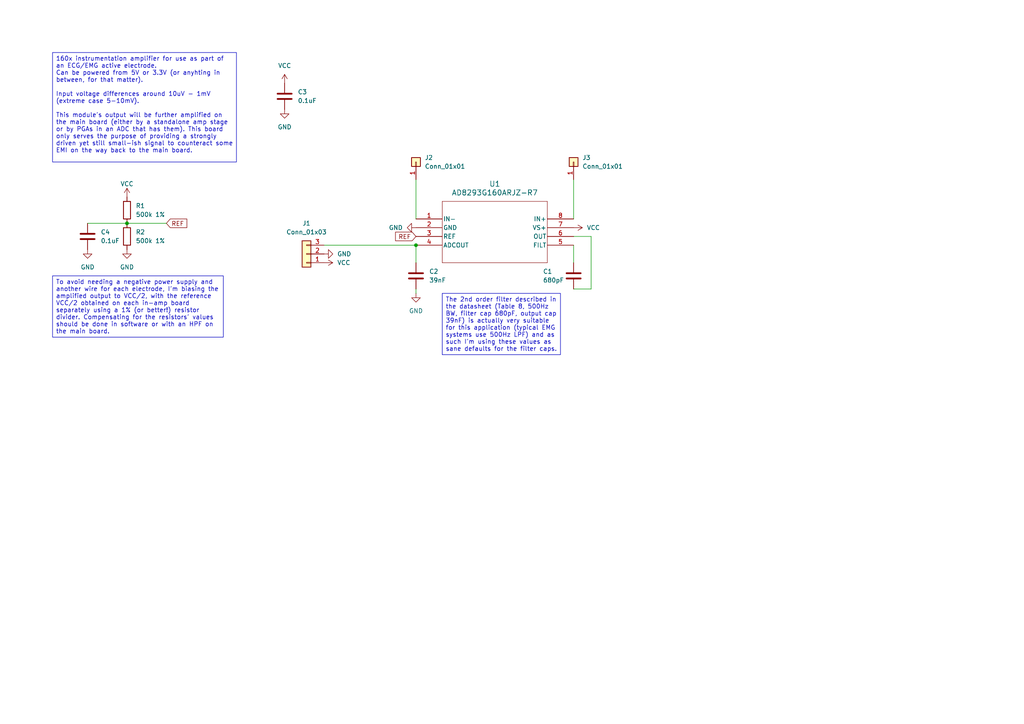
<source format=kicad_sch>
(kicad_sch (version 20230121) (generator eeschema)

  (uuid 59b22b6f-e8f9-4c86-8473-376425fa8f91)

  (paper "A4")

  (title_block
    (title "160x in-amp for EMG active electrode")
    (date "2024-04-21")
    (rev "v1")
  )

  (lib_symbols
    (symbol "AD8293G160:AD8293G160ARJZ-R7" (pin_names (offset 0.254)) (in_bom yes) (on_board yes)
      (property "Reference" "U" (at 22.86 10.16 0)
        (effects (font (size 1.524 1.524)))
      )
      (property "Value" "AD8293G160ARJZ-R7" (at 22.86 7.62 0)
        (effects (font (size 1.524 1.524)))
      )
      (property "Footprint" "RJ_8_ADI" (at 0 0 0)
        (effects (font (size 1.27 1.27) italic) hide)
      )
      (property "Datasheet" "AD8293G160ARJZ-R7" (at 0 0 0)
        (effects (font (size 1.27 1.27) italic) hide)
      )
      (property "ki_locked" "" (at 0 0 0)
        (effects (font (size 1.27 1.27)))
      )
      (property "ki_keywords" "AD8293G160ARJZ-R7" (at 0 0 0)
        (effects (font (size 1.27 1.27)) hide)
      )
      (property "ki_fp_filters" "RJ_8_ADI RJ_8_ADI-M RJ_8_ADI-L" (at 0 0 0)
        (effects (font (size 1.27 1.27)) hide)
      )
      (symbol "AD8293G160ARJZ-R7_0_1"
        (polyline
          (pts
            (xy 7.62 -12.7)
            (xy 38.1 -12.7)
          )
          (stroke (width 0.127) (type default))
          (fill (type none))
        )
        (polyline
          (pts
            (xy 7.62 5.08)
            (xy 7.62 -12.7)
          )
          (stroke (width 0.127) (type default))
          (fill (type none))
        )
        (polyline
          (pts
            (xy 38.1 -12.7)
            (xy 38.1 5.08)
          )
          (stroke (width 0.127) (type default))
          (fill (type none))
        )
        (polyline
          (pts
            (xy 38.1 5.08)
            (xy 7.62 5.08)
          )
          (stroke (width 0.127) (type default))
          (fill (type none))
        )
        (pin unspecified line (at 0 0 0) (length 7.62)
          (name "IN-" (effects (font (size 1.27 1.27))))
          (number "1" (effects (font (size 1.27 1.27))))
        )
        (pin unspecified line (at 0 -2.54 0) (length 7.62)
          (name "GND" (effects (font (size 1.27 1.27))))
          (number "2" (effects (font (size 1.27 1.27))))
        )
        (pin unspecified line (at 0 -5.08 0) (length 7.62)
          (name "REF" (effects (font (size 1.27 1.27))))
          (number "3" (effects (font (size 1.27 1.27))))
        )
        (pin unspecified line (at 0 -7.62 0) (length 7.62)
          (name "ADCOUT" (effects (font (size 1.27 1.27))))
          (number "4" (effects (font (size 1.27 1.27))))
        )
        (pin unspecified line (at 45.72 -7.62 180) (length 7.62)
          (name "FILT" (effects (font (size 1.27 1.27))))
          (number "5" (effects (font (size 1.27 1.27))))
        )
        (pin unspecified line (at 45.72 -5.08 180) (length 7.62)
          (name "OUT" (effects (font (size 1.27 1.27))))
          (number "6" (effects (font (size 1.27 1.27))))
        )
        (pin power_in line (at 45.72 -2.54 180) (length 7.62)
          (name "VS+" (effects (font (size 1.27 1.27))))
          (number "7" (effects (font (size 1.27 1.27))))
        )
        (pin unspecified line (at 45.72 0 180) (length 7.62)
          (name "IN+" (effects (font (size 1.27 1.27))))
          (number "8" (effects (font (size 1.27 1.27))))
        )
      )
    )
    (symbol "Connector_Generic:Conn_01x01" (pin_names (offset 1.016) hide) (in_bom yes) (on_board yes)
      (property "Reference" "J" (at 0 2.54 0)
        (effects (font (size 1.27 1.27)))
      )
      (property "Value" "Conn_01x01" (at 0 -2.54 0)
        (effects (font (size 1.27 1.27)))
      )
      (property "Footprint" "" (at 0 0 0)
        (effects (font (size 1.27 1.27)) hide)
      )
      (property "Datasheet" "~" (at 0 0 0)
        (effects (font (size 1.27 1.27)) hide)
      )
      (property "ki_keywords" "connector" (at 0 0 0)
        (effects (font (size 1.27 1.27)) hide)
      )
      (property "ki_description" "Generic connector, single row, 01x01, script generated (kicad-library-utils/schlib/autogen/connector/)" (at 0 0 0)
        (effects (font (size 1.27 1.27)) hide)
      )
      (property "ki_fp_filters" "Connector*:*_1x??_*" (at 0 0 0)
        (effects (font (size 1.27 1.27)) hide)
      )
      (symbol "Conn_01x01_1_1"
        (rectangle (start -1.27 0.127) (end 0 -0.127)
          (stroke (width 0.1524) (type default))
          (fill (type none))
        )
        (rectangle (start -1.27 1.27) (end 1.27 -1.27)
          (stroke (width 0.254) (type default))
          (fill (type background))
        )
        (pin passive line (at -5.08 0 0) (length 3.81)
          (name "Pin_1" (effects (font (size 1.27 1.27))))
          (number "1" (effects (font (size 1.27 1.27))))
        )
      )
    )
    (symbol "Connector_Generic:Conn_01x03" (pin_names (offset 1.016) hide) (in_bom yes) (on_board yes)
      (property "Reference" "J" (at 0 5.08 0)
        (effects (font (size 1.27 1.27)))
      )
      (property "Value" "Conn_01x03" (at 0 -5.08 0)
        (effects (font (size 1.27 1.27)))
      )
      (property "Footprint" "" (at 0 0 0)
        (effects (font (size 1.27 1.27)) hide)
      )
      (property "Datasheet" "~" (at 0 0 0)
        (effects (font (size 1.27 1.27)) hide)
      )
      (property "ki_keywords" "connector" (at 0 0 0)
        (effects (font (size 1.27 1.27)) hide)
      )
      (property "ki_description" "Generic connector, single row, 01x03, script generated (kicad-library-utils/schlib/autogen/connector/)" (at 0 0 0)
        (effects (font (size 1.27 1.27)) hide)
      )
      (property "ki_fp_filters" "Connector*:*_1x??_*" (at 0 0 0)
        (effects (font (size 1.27 1.27)) hide)
      )
      (symbol "Conn_01x03_1_1"
        (rectangle (start -1.27 -2.413) (end 0 -2.667)
          (stroke (width 0.1524) (type default))
          (fill (type none))
        )
        (rectangle (start -1.27 0.127) (end 0 -0.127)
          (stroke (width 0.1524) (type default))
          (fill (type none))
        )
        (rectangle (start -1.27 2.667) (end 0 2.413)
          (stroke (width 0.1524) (type default))
          (fill (type none))
        )
        (rectangle (start -1.27 3.81) (end 1.27 -3.81)
          (stroke (width 0.254) (type default))
          (fill (type background))
        )
        (pin passive line (at -5.08 2.54 0) (length 3.81)
          (name "Pin_1" (effects (font (size 1.27 1.27))))
          (number "1" (effects (font (size 1.27 1.27))))
        )
        (pin passive line (at -5.08 0 0) (length 3.81)
          (name "Pin_2" (effects (font (size 1.27 1.27))))
          (number "2" (effects (font (size 1.27 1.27))))
        )
        (pin passive line (at -5.08 -2.54 0) (length 3.81)
          (name "Pin_3" (effects (font (size 1.27 1.27))))
          (number "3" (effects (font (size 1.27 1.27))))
        )
      )
    )
    (symbol "Device:C" (pin_numbers hide) (pin_names (offset 0.254)) (in_bom yes) (on_board yes)
      (property "Reference" "C" (at 0.635 2.54 0)
        (effects (font (size 1.27 1.27)) (justify left))
      )
      (property "Value" "C" (at 0.635 -2.54 0)
        (effects (font (size 1.27 1.27)) (justify left))
      )
      (property "Footprint" "" (at 0.9652 -3.81 0)
        (effects (font (size 1.27 1.27)) hide)
      )
      (property "Datasheet" "~" (at 0 0 0)
        (effects (font (size 1.27 1.27)) hide)
      )
      (property "ki_keywords" "cap capacitor" (at 0 0 0)
        (effects (font (size 1.27 1.27)) hide)
      )
      (property "ki_description" "Unpolarized capacitor" (at 0 0 0)
        (effects (font (size 1.27 1.27)) hide)
      )
      (property "ki_fp_filters" "C_*" (at 0 0 0)
        (effects (font (size 1.27 1.27)) hide)
      )
      (symbol "C_0_1"
        (polyline
          (pts
            (xy -2.032 -0.762)
            (xy 2.032 -0.762)
          )
          (stroke (width 0.508) (type default))
          (fill (type none))
        )
        (polyline
          (pts
            (xy -2.032 0.762)
            (xy 2.032 0.762)
          )
          (stroke (width 0.508) (type default))
          (fill (type none))
        )
      )
      (symbol "C_1_1"
        (pin passive line (at 0 3.81 270) (length 2.794)
          (name "~" (effects (font (size 1.27 1.27))))
          (number "1" (effects (font (size 1.27 1.27))))
        )
        (pin passive line (at 0 -3.81 90) (length 2.794)
          (name "~" (effects (font (size 1.27 1.27))))
          (number "2" (effects (font (size 1.27 1.27))))
        )
      )
    )
    (symbol "Device:R" (pin_numbers hide) (pin_names (offset 0)) (in_bom yes) (on_board yes)
      (property "Reference" "R" (at 2.032 0 90)
        (effects (font (size 1.27 1.27)))
      )
      (property "Value" "R" (at 0 0 90)
        (effects (font (size 1.27 1.27)))
      )
      (property "Footprint" "" (at -1.778 0 90)
        (effects (font (size 1.27 1.27)) hide)
      )
      (property "Datasheet" "~" (at 0 0 0)
        (effects (font (size 1.27 1.27)) hide)
      )
      (property "ki_keywords" "R res resistor" (at 0 0 0)
        (effects (font (size 1.27 1.27)) hide)
      )
      (property "ki_description" "Resistor" (at 0 0 0)
        (effects (font (size 1.27 1.27)) hide)
      )
      (property "ki_fp_filters" "R_*" (at 0 0 0)
        (effects (font (size 1.27 1.27)) hide)
      )
      (symbol "R_0_1"
        (rectangle (start -1.016 -2.54) (end 1.016 2.54)
          (stroke (width 0.254) (type default))
          (fill (type none))
        )
      )
      (symbol "R_1_1"
        (pin passive line (at 0 3.81 270) (length 1.27)
          (name "~" (effects (font (size 1.27 1.27))))
          (number "1" (effects (font (size 1.27 1.27))))
        )
        (pin passive line (at 0 -3.81 90) (length 1.27)
          (name "~" (effects (font (size 1.27 1.27))))
          (number "2" (effects (font (size 1.27 1.27))))
        )
      )
    )
    (symbol "power:GND" (power) (pin_names (offset 0)) (in_bom yes) (on_board yes)
      (property "Reference" "#PWR" (at 0 -6.35 0)
        (effects (font (size 1.27 1.27)) hide)
      )
      (property "Value" "GND" (at 0 -3.81 0)
        (effects (font (size 1.27 1.27)))
      )
      (property "Footprint" "" (at 0 0 0)
        (effects (font (size 1.27 1.27)) hide)
      )
      (property "Datasheet" "" (at 0 0 0)
        (effects (font (size 1.27 1.27)) hide)
      )
      (property "ki_keywords" "global power" (at 0 0 0)
        (effects (font (size 1.27 1.27)) hide)
      )
      (property "ki_description" "Power symbol creates a global label with name \"GND\" , ground" (at 0 0 0)
        (effects (font (size 1.27 1.27)) hide)
      )
      (symbol "GND_0_1"
        (polyline
          (pts
            (xy 0 0)
            (xy 0 -1.27)
            (xy 1.27 -1.27)
            (xy 0 -2.54)
            (xy -1.27 -1.27)
            (xy 0 -1.27)
          )
          (stroke (width 0) (type default))
          (fill (type none))
        )
      )
      (symbol "GND_1_1"
        (pin power_in line (at 0 0 270) (length 0) hide
          (name "GND" (effects (font (size 1.27 1.27))))
          (number "1" (effects (font (size 1.27 1.27))))
        )
      )
    )
    (symbol "power:VCC" (power) (pin_names (offset 0)) (in_bom yes) (on_board yes)
      (property "Reference" "#PWR" (at 0 -3.81 0)
        (effects (font (size 1.27 1.27)) hide)
      )
      (property "Value" "VCC" (at 0 3.81 0)
        (effects (font (size 1.27 1.27)))
      )
      (property "Footprint" "" (at 0 0 0)
        (effects (font (size 1.27 1.27)) hide)
      )
      (property "Datasheet" "" (at 0 0 0)
        (effects (font (size 1.27 1.27)) hide)
      )
      (property "ki_keywords" "global power" (at 0 0 0)
        (effects (font (size 1.27 1.27)) hide)
      )
      (property "ki_description" "Power symbol creates a global label with name \"VCC\"" (at 0 0 0)
        (effects (font (size 1.27 1.27)) hide)
      )
      (symbol "VCC_0_1"
        (polyline
          (pts
            (xy -0.762 1.27)
            (xy 0 2.54)
          )
          (stroke (width 0) (type default))
          (fill (type none))
        )
        (polyline
          (pts
            (xy 0 0)
            (xy 0 2.54)
          )
          (stroke (width 0) (type default))
          (fill (type none))
        )
        (polyline
          (pts
            (xy 0 2.54)
            (xy 0.762 1.27)
          )
          (stroke (width 0) (type default))
          (fill (type none))
        )
      )
      (symbol "VCC_1_1"
        (pin power_in line (at 0 0 90) (length 0) hide
          (name "VCC" (effects (font (size 1.27 1.27))))
          (number "1" (effects (font (size 1.27 1.27))))
        )
      )
    )
  )

  (junction (at 120.65 71.12) (diameter 0) (color 0 0 0 0)
    (uuid 53160576-583c-495d-831a-84efbdc8b6fb)
  )
  (junction (at 36.83 64.77) (diameter 0) (color 0 0 0 0)
    (uuid bab37101-40d7-48b8-bca7-ddd9604cba89)
  )

  (wire (pts (xy 171.45 68.58) (xy 166.37 68.58))
    (stroke (width 0) (type default))
    (uuid 198dfb46-c842-40b6-9504-4c42f89c7b6a)
  )
  (wire (pts (xy 93.98 71.12) (xy 120.65 71.12))
    (stroke (width 0) (type default))
    (uuid 2b733a4d-220d-4f84-98bb-0457e8af6982)
  )
  (wire (pts (xy 166.37 83.82) (xy 171.45 83.82))
    (stroke (width 0) (type default))
    (uuid 63848d61-a533-4087-9613-2a2e66a2ff07)
  )
  (wire (pts (xy 166.37 76.2) (xy 166.37 71.12))
    (stroke (width 0) (type default))
    (uuid 69c9cf8e-28a2-43bc-a24c-82e43fa7f585)
  )
  (wire (pts (xy 166.37 52.07) (xy 166.37 63.5))
    (stroke (width 0) (type default))
    (uuid 6e3b5e43-4784-493c-b9ba-c41bc354c924)
  )
  (wire (pts (xy 36.83 64.77) (xy 48.26 64.77))
    (stroke (width 0) (type default))
    (uuid 70cb644b-4d39-49c4-99f8-ca72d4079d07)
  )
  (wire (pts (xy 120.65 52.07) (xy 120.65 63.5))
    (stroke (width 0) (type default))
    (uuid 8abdd15e-fc36-4c85-ad0d-53dab2571a89)
  )
  (wire (pts (xy 120.65 71.12) (xy 120.65 76.2))
    (stroke (width 0) (type default))
    (uuid 8c28f6ec-772e-423f-9a61-f6f1eb0fe4e7)
  )
  (wire (pts (xy 171.45 83.82) (xy 171.45 68.58))
    (stroke (width 0) (type default))
    (uuid 9a2035c5-aa5a-4e56-8227-f409ad8c639d)
  )
  (wire (pts (xy 120.65 83.82) (xy 120.65 85.09))
    (stroke (width 0) (type default))
    (uuid bfe5747c-83fe-4182-a89f-a58956db61a2)
  )
  (wire (pts (xy 25.4 64.77) (xy 36.83 64.77))
    (stroke (width 0) (type default))
    (uuid f541391e-25c5-4d95-8c26-f27442927531)
  )

  (text_box "The 2nd order filter described in the datasheet (Table 8, 500Hz BW, filter cap 680pF, output cap 39nF) is actually very suitable for this application (typical EMG systems use 500Hz LPF) and as such I'm using these values as sane defaults for the filter caps.\n"
    (at 128.27 85.09 0) (size 34.29 17.78)
    (stroke (width 0) (type default))
    (fill (type none))
    (effects (font (size 1.27 1.27)) (justify left top))
    (uuid 168c9793-63b4-45cd-81f4-2494cec5182e)
  )
  (text_box "To avoid needing a negative power supply and another wire for each electrode, I'm biasing the amplified output to VCC/2, with the reference VCC/2 obtained on each in-amp board separately using a 1% (or better!) resistor divider. Compensating for the resistors' values should be done in software or with an HPF on the main board."
    (at 15.24 80.01 0) (size 49.53 17.78)
    (stroke (width 0) (type default))
    (fill (type none))
    (effects (font (size 1.27 1.27)) (justify left top))
    (uuid 48c0314a-a71c-466f-922e-d59b9508a5b7)
  )
  (text_box "160x instrumentation amplifier for use as part of an ECG/EMG active electrode.\nCan be powered from 5V or 3.3V (or anyhting in between, for that matter).\n\nInput voltage differences around 10uV - 1mV (extreme case 5-10mV).\n\nThis module's output will be further amplified on the main board (either by a standalone amp stage or by PGAs in an ADC that has them). This board only serves the purpose of providing a strongly driven yet still small-ish signal to counteract some EMI on the way back to the main board.\n\n\n"
    (at 15.24 15.24 0) (size 53.34 31.75)
    (stroke (width 0) (type default))
    (fill (type none))
    (effects (font (size 1.27 1.27)) (justify left top))
    (uuid e6214f0f-8a97-443e-b468-97feef4c137d)
  )

  (global_label "REF" (shape input) (at 120.65 68.58 180) (fields_autoplaced)
    (effects (font (size 1.27 1.27)) (justify right))
    (uuid 47528daf-6e0a-4a1f-86a2-56fe104273bd)
    (property "Intersheetrefs" "${INTERSHEET_REFS}" (at 114.1572 68.58 0)
      (effects (font (size 1.27 1.27)) (justify right) hide)
    )
  )
  (global_label "REF" (shape input) (at 48.26 64.77 0) (fields_autoplaced)
    (effects (font (size 1.27 1.27)) (justify left))
    (uuid aaf44561-bdd6-4bab-ba62-d626a36d37a8)
    (property "Intersheetrefs" "${INTERSHEET_REFS}" (at 54.7528 64.77 0)
      (effects (font (size 1.27 1.27)) (justify left) hide)
    )
  )

  (symbol (lib_id "power:VCC") (at 36.83 57.15 0) (unit 1)
    (in_bom yes) (on_board yes) (dnp no) (fields_autoplaced)
    (uuid 0c5560f8-2d50-41b6-adbb-a02eec3c7f6c)
    (property "Reference" "#PWR?" (at 36.83 60.96 0)
      (effects (font (size 1.27 1.27)) hide)
    )
    (property "Value" "VCC" (at 36.83 53.34 0)
      (effects (font (size 1.27 1.27)))
    )
    (property "Footprint" "" (at 36.83 57.15 0)
      (effects (font (size 1.27 1.27)) hide)
    )
    (property "Datasheet" "" (at 36.83 57.15 0)
      (effects (font (size 1.27 1.27)) hide)
    )
    (pin "1" (uuid 45c65ab6-ed8e-462c-885f-7a1d232aebcc))
    (instances
      (project "myo-amp"
        (path "/59b22b6f-e8f9-4c86-8473-376425fa8f91"
          (reference "#PWR?") (unit 1)
        )
      )
    )
  )

  (symbol (lib_id "Connector_Generic:Conn_01x03") (at 88.9 73.66 180) (unit 1)
    (in_bom yes) (on_board yes) (dnp no) (fields_autoplaced)
    (uuid 0f23bbc8-0f0c-479c-868c-8b8deaab6b6f)
    (property "Reference" "J1" (at 88.9 64.77 0)
      (effects (font (size 1.27 1.27)))
    )
    (property "Value" "Conn_01x03" (at 88.9 67.31 0)
      (effects (font (size 1.27 1.27)))
    )
    (property "Footprint" "Connector_JST:JST_PH_S3B-PH-K_1x03_P2.00mm_Horizontal" (at 88.9 73.66 0)
      (effects (font (size 1.27 1.27)) hide)
    )
    (property "Datasheet" "~" (at 88.9 73.66 0)
      (effects (font (size 1.27 1.27)) hide)
    )
    (pin "1" (uuid ba106b3e-06bf-468d-8aad-1dd0c03d9173))
    (pin "2" (uuid c02de714-4bc4-4999-9243-3cec5eb91fdc))
    (pin "3" (uuid cf6cbb91-126c-4181-9d1c-665bcfee81f7))
    (instances
      (project "myo-amp"
        (path "/59b22b6f-e8f9-4c86-8473-376425fa8f91"
          (reference "J1") (unit 1)
        )
      )
    )
  )

  (symbol (lib_id "Device:C") (at 120.65 80.01 0) (unit 1)
    (in_bom yes) (on_board yes) (dnp no) (fields_autoplaced)
    (uuid 17112290-dbb5-4d4d-9b2a-bf7561e989f6)
    (property "Reference" "C2" (at 124.46 78.74 0)
      (effects (font (size 1.27 1.27)) (justify left))
    )
    (property "Value" "39nF" (at 124.46 81.28 0)
      (effects (font (size 1.27 1.27)) (justify left))
    )
    (property "Footprint" "Capacitor_SMD:C_0603_1608Metric_Pad1.08x0.95mm_HandSolder" (at 121.6152 83.82 0)
      (effects (font (size 1.27 1.27)) hide)
    )
    (property "Datasheet" "~" (at 120.65 80.01 0)
      (effects (font (size 1.27 1.27)) hide)
    )
    (pin "1" (uuid 094ed6e8-1dfe-4dbd-a527-d467666f6ea3))
    (pin "2" (uuid f056e500-69b4-4442-9969-908ec5dccf58))
    (instances
      (project "myo-amp"
        (path "/59b22b6f-e8f9-4c86-8473-376425fa8f91"
          (reference "C2") (unit 1)
        )
      )
    )
  )

  (symbol (lib_id "power:GND") (at 93.98 73.66 90) (unit 1)
    (in_bom yes) (on_board yes) (dnp no) (fields_autoplaced)
    (uuid 173c4d08-3e33-4ec8-b01d-38b0c066fef3)
    (property "Reference" "#PWR06" (at 100.33 73.66 0)
      (effects (font (size 1.27 1.27)) hide)
    )
    (property "Value" "GND" (at 97.79 73.66 90)
      (effects (font (size 1.27 1.27)) (justify right))
    )
    (property "Footprint" "" (at 93.98 73.66 0)
      (effects (font (size 1.27 1.27)) hide)
    )
    (property "Datasheet" "" (at 93.98 73.66 0)
      (effects (font (size 1.27 1.27)) hide)
    )
    (pin "1" (uuid 8be10425-4fe3-4b04-92e2-dc80b57a41e2))
    (instances
      (project "myo-amp"
        (path "/59b22b6f-e8f9-4c86-8473-376425fa8f91"
          (reference "#PWR06") (unit 1)
        )
      )
    )
  )

  (symbol (lib_id "power:GND") (at 36.83 72.39 0) (unit 1)
    (in_bom yes) (on_board yes) (dnp no) (fields_autoplaced)
    (uuid 181acf6c-5069-436c-8fa7-00575f644d2d)
    (property "Reference" "#PWR010" (at 36.83 78.74 0)
      (effects (font (size 1.27 1.27)) hide)
    )
    (property "Value" "GND" (at 36.83 77.47 0)
      (effects (font (size 1.27 1.27)))
    )
    (property "Footprint" "" (at 36.83 72.39 0)
      (effects (font (size 1.27 1.27)) hide)
    )
    (property "Datasheet" "" (at 36.83 72.39 0)
      (effects (font (size 1.27 1.27)) hide)
    )
    (pin "1" (uuid ce6d7d13-67e2-4f70-b44e-41e691008905))
    (instances
      (project "myo-amp"
        (path "/59b22b6f-e8f9-4c86-8473-376425fa8f91"
          (reference "#PWR010") (unit 1)
        )
      )
    )
  )

  (symbol (lib_id "power:VCC") (at 166.37 66.04 270) (unit 1)
    (in_bom yes) (on_board yes) (dnp no) (fields_autoplaced)
    (uuid 1f34d24f-8ec2-4a8f-bdc9-d77cf504e16f)
    (property "Reference" "#PWR?" (at 162.56 66.04 0)
      (effects (font (size 1.27 1.27)) hide)
    )
    (property "Value" "VCC" (at 170.18 66.04 90)
      (effects (font (size 1.27 1.27)) (justify left))
    )
    (property "Footprint" "" (at 166.37 66.04 0)
      (effects (font (size 1.27 1.27)) hide)
    )
    (property "Datasheet" "" (at 166.37 66.04 0)
      (effects (font (size 1.27 1.27)) hide)
    )
    (pin "1" (uuid 3c3c0f17-64ee-465b-83c0-ccc98bbd8d59))
    (instances
      (project "myo-amp"
        (path "/59b22b6f-e8f9-4c86-8473-376425fa8f91"
          (reference "#PWR?") (unit 1)
        )
      )
    )
  )

  (symbol (lib_id "Device:R") (at 36.83 60.96 0) (unit 1)
    (in_bom yes) (on_board yes) (dnp no) (fields_autoplaced)
    (uuid 2597770a-79fd-48e9-8fe6-f25f70d6fdb5)
    (property "Reference" "R1" (at 39.37 59.69 0)
      (effects (font (size 1.27 1.27)) (justify left))
    )
    (property "Value" "500k 1%" (at 39.37 62.23 0)
      (effects (font (size 1.27 1.27)) (justify left))
    )
    (property "Footprint" "Resistor_SMD:R_0603_1608Metric_Pad0.98x0.95mm_HandSolder" (at 35.052 60.96 90)
      (effects (font (size 1.27 1.27)) hide)
    )
    (property "Datasheet" "~" (at 36.83 60.96 0)
      (effects (font (size 1.27 1.27)) hide)
    )
    (pin "1" (uuid 3a1e2cdd-089c-4099-bb01-00cd70dd2e8e))
    (pin "2" (uuid 0f891cc1-6cc5-4101-aa7b-253fd29439ae))
    (instances
      (project "myo-amp"
        (path "/59b22b6f-e8f9-4c86-8473-376425fa8f91"
          (reference "R1") (unit 1)
        )
      )
    )
  )

  (symbol (lib_id "AD8293G160:AD8293G160ARJZ-R7") (at 120.65 63.5 0) (unit 1)
    (in_bom yes) (on_board yes) (dnp no) (fields_autoplaced)
    (uuid 29adf57d-6777-4999-b67c-d3831e048dc8)
    (property "Reference" "U1" (at 143.51 53.34 0)
      (effects (font (size 1.524 1.524)))
    )
    (property "Value" "AD8293G160ARJZ-R7" (at 143.51 55.88 0)
      (effects (font (size 1.524 1.524)))
    )
    (property "Footprint" "Package_TO_SOT_SMD:SOT-23-8_Handsoldering" (at 120.65 63.5 0)
      (effects (font (size 1.27 1.27) italic) hide)
    )
    (property "Datasheet" "AD8293G160ARJZ-R7" (at 120.65 63.5 0)
      (effects (font (size 1.27 1.27) italic) hide)
    )
    (pin "1" (uuid 49075eac-2c90-4116-9a80-8e8784ce7cad))
    (pin "2" (uuid 55f67446-80a0-46ed-9755-b4bb8b14b1fd))
    (pin "3" (uuid ca97485e-ddbd-4265-a773-11a76fcd85d1))
    (pin "4" (uuid 5e069c6d-4e04-400b-a1c3-e06b1acdc54a))
    (pin "5" (uuid eb3f72da-caf1-4980-a153-7f726e89f7b0))
    (pin "6" (uuid 123891b3-59b7-41ec-805d-174dd0eb9f2b))
    (pin "7" (uuid d854612f-e151-4fbd-bf42-f9a8ac5d75d3))
    (pin "8" (uuid d5360542-a62d-4540-83a4-518c34ea0365))
    (instances
      (project "myo-amp"
        (path "/59b22b6f-e8f9-4c86-8473-376425fa8f91"
          (reference "U1") (unit 1)
        )
      )
    )
  )

  (symbol (lib_id "Device:C") (at 166.37 80.01 180) (unit 1)
    (in_bom yes) (on_board yes) (dnp no)
    (uuid 52808058-931f-490a-a685-0d41e5c2837b)
    (property "Reference" "C1" (at 157.48 78.74 0)
      (effects (font (size 1.27 1.27)) (justify right))
    )
    (property "Value" "680pF" (at 157.48 81.28 0)
      (effects (font (size 1.27 1.27)) (justify right))
    )
    (property "Footprint" "Capacitor_SMD:C_0603_1608Metric_Pad1.08x0.95mm_HandSolder" (at 165.4048 76.2 0)
      (effects (font (size 1.27 1.27)) hide)
    )
    (property "Datasheet" "~" (at 166.37 80.01 0)
      (effects (font (size 1.27 1.27)) hide)
    )
    (pin "1" (uuid 7af11fc2-554b-4177-955b-d3b097cb742e))
    (pin "2" (uuid ab2c7fe7-3408-41da-979f-cd917704f022))
    (instances
      (project "myo-amp"
        (path "/59b22b6f-e8f9-4c86-8473-376425fa8f91"
          (reference "C1") (unit 1)
        )
      )
    )
  )

  (symbol (lib_id "power:GND") (at 25.4 72.39 0) (unit 1)
    (in_bom yes) (on_board yes) (dnp no) (fields_autoplaced)
    (uuid 600ad853-9e4e-4777-a67b-a69978d78e02)
    (property "Reference" "#PWR01" (at 25.4 78.74 0)
      (effects (font (size 1.27 1.27)) hide)
    )
    (property "Value" "GND" (at 25.4 77.47 0)
      (effects (font (size 1.27 1.27)))
    )
    (property "Footprint" "" (at 25.4 72.39 0)
      (effects (font (size 1.27 1.27)) hide)
    )
    (property "Datasheet" "" (at 25.4 72.39 0)
      (effects (font (size 1.27 1.27)) hide)
    )
    (pin "1" (uuid 62177ece-c2d8-443d-be4c-f5c820b279da))
    (instances
      (project "myo-amp"
        (path "/59b22b6f-e8f9-4c86-8473-376425fa8f91"
          (reference "#PWR01") (unit 1)
        )
      )
    )
  )

  (symbol (lib_id "power:VCC") (at 82.55 24.13 0) (unit 1)
    (in_bom yes) (on_board yes) (dnp no) (fields_autoplaced)
    (uuid 69e793a8-ee0f-4ed4-817d-23685f01a798)
    (property "Reference" "#PWR?" (at 82.55 27.94 0)
      (effects (font (size 1.27 1.27)) hide)
    )
    (property "Value" "VCC" (at 82.55 19.05 0)
      (effects (font (size 1.27 1.27)))
    )
    (property "Footprint" "" (at 82.55 24.13 0)
      (effects (font (size 1.27 1.27)) hide)
    )
    (property "Datasheet" "" (at 82.55 24.13 0)
      (effects (font (size 1.27 1.27)) hide)
    )
    (pin "1" (uuid 5a7b3015-2f75-4c3c-8455-9afad39b2109))
    (instances
      (project "myo-amp"
        (path "/59b22b6f-e8f9-4c86-8473-376425fa8f91"
          (reference "#PWR?") (unit 1)
        )
      )
    )
  )

  (symbol (lib_id "Device:C") (at 25.4 68.58 0) (unit 1)
    (in_bom yes) (on_board yes) (dnp no) (fields_autoplaced)
    (uuid 74aeeb48-04f8-4453-a472-0d4eda09fd62)
    (property "Reference" "C4" (at 29.21 67.31 0)
      (effects (font (size 1.27 1.27)) (justify left))
    )
    (property "Value" "0.1uF" (at 29.21 69.85 0)
      (effects (font (size 1.27 1.27)) (justify left))
    )
    (property "Footprint" "Capacitor_SMD:C_0603_1608Metric_Pad1.08x0.95mm_HandSolder" (at 26.3652 72.39 0)
      (effects (font (size 1.27 1.27)) hide)
    )
    (property "Datasheet" "~" (at 25.4 68.58 0)
      (effects (font (size 1.27 1.27)) hide)
    )
    (pin "1" (uuid 67fafb62-50db-4f84-8a09-bd22391e1849))
    (pin "2" (uuid b3299a3c-94f8-4938-abd7-76bc745975cb))
    (instances
      (project "myo-amp"
        (path "/59b22b6f-e8f9-4c86-8473-376425fa8f91"
          (reference "C4") (unit 1)
        )
      )
    )
  )

  (symbol (lib_id "Connector_Generic:Conn_01x01") (at 120.65 46.99 90) (unit 1)
    (in_bom yes) (on_board yes) (dnp no) (fields_autoplaced)
    (uuid 961e4de2-07c9-4cfc-979b-af4b667c5c2c)
    (property "Reference" "J2" (at 123.19 45.72 90)
      (effects (font (size 1.27 1.27)) (justify right))
    )
    (property "Value" "Conn_01x01" (at 123.19 48.26 90)
      (effects (font (size 1.27 1.27)) (justify right))
    )
    (property "Footprint" "Connector_Wire:SolderWire-0.5sqmm_1x01_D0.9mm_OD2.1mm_Relief" (at 120.65 46.99 0)
      (effects (font (size 1.27 1.27)) hide)
    )
    (property "Datasheet" "~" (at 120.65 46.99 0)
      (effects (font (size 1.27 1.27)) hide)
    )
    (pin "1" (uuid 17ff2e14-9266-46f6-8d59-281394be1f32))
    (instances
      (project "myo-amp"
        (path "/59b22b6f-e8f9-4c86-8473-376425fa8f91"
          (reference "J2") (unit 1)
        )
      )
    )
  )

  (symbol (lib_id "power:GND") (at 120.65 85.09 0) (unit 1)
    (in_bom yes) (on_board yes) (dnp no)
    (uuid acc72b7c-a5b9-49a5-98a0-3829898db815)
    (property "Reference" "#PWR03" (at 120.65 91.44 0)
      (effects (font (size 1.27 1.27)) hide)
    )
    (property "Value" "GND" (at 120.65 90.17 0)
      (effects (font (size 1.27 1.27)))
    )
    (property "Footprint" "" (at 120.65 85.09 0)
      (effects (font (size 1.27 1.27)) hide)
    )
    (property "Datasheet" "" (at 120.65 85.09 0)
      (effects (font (size 1.27 1.27)) hide)
    )
    (pin "1" (uuid 74c6a3a1-1c95-43b6-86b0-e12d44b594ab))
    (instances
      (project "myo-amp"
        (path "/59b22b6f-e8f9-4c86-8473-376425fa8f91"
          (reference "#PWR03") (unit 1)
        )
      )
    )
  )

  (symbol (lib_id "power:GND") (at 82.55 31.75 0) (unit 1)
    (in_bom yes) (on_board yes) (dnp no) (fields_autoplaced)
    (uuid b18a4db9-5889-422f-8a7f-9528c967dcd8)
    (property "Reference" "#PWR09" (at 82.55 38.1 0)
      (effects (font (size 1.27 1.27)) hide)
    )
    (property "Value" "GND" (at 82.55 36.83 0)
      (effects (font (size 1.27 1.27)))
    )
    (property "Footprint" "" (at 82.55 31.75 0)
      (effects (font (size 1.27 1.27)) hide)
    )
    (property "Datasheet" "" (at 82.55 31.75 0)
      (effects (font (size 1.27 1.27)) hide)
    )
    (pin "1" (uuid ef8f8e68-a84a-44aa-b1f1-8efdd45e38ac))
    (instances
      (project "myo-amp"
        (path "/59b22b6f-e8f9-4c86-8473-376425fa8f91"
          (reference "#PWR09") (unit 1)
        )
      )
    )
  )

  (symbol (lib_id "Device:C") (at 82.55 27.94 0) (unit 1)
    (in_bom yes) (on_board yes) (dnp no) (fields_autoplaced)
    (uuid d393b7eb-fe81-48b3-907d-749d3139db0d)
    (property "Reference" "C3" (at 86.36 26.67 0)
      (effects (font (size 1.27 1.27)) (justify left))
    )
    (property "Value" "0.1uF" (at 86.36 29.21 0)
      (effects (font (size 1.27 1.27)) (justify left))
    )
    (property "Footprint" "Capacitor_SMD:C_0603_1608Metric_Pad1.08x0.95mm_HandSolder" (at 83.5152 31.75 0)
      (effects (font (size 1.27 1.27)) hide)
    )
    (property "Datasheet" "~" (at 82.55 27.94 0)
      (effects (font (size 1.27 1.27)) hide)
    )
    (pin "1" (uuid ef58831a-5494-493b-bb0c-b0db597e547d))
    (pin "2" (uuid acdcadf7-32a6-4c2b-b2c2-c7a6508710ba))
    (instances
      (project "myo-amp"
        (path "/59b22b6f-e8f9-4c86-8473-376425fa8f91"
          (reference "C3") (unit 1)
        )
      )
    )
  )

  (symbol (lib_id "Device:R") (at 36.83 68.58 0) (unit 1)
    (in_bom yes) (on_board yes) (dnp no) (fields_autoplaced)
    (uuid d8fff8e3-22d9-4808-b55a-204d969a4677)
    (property "Reference" "R2" (at 39.37 67.31 0)
      (effects (font (size 1.27 1.27)) (justify left))
    )
    (property "Value" "500k 1%" (at 39.37 69.85 0)
      (effects (font (size 1.27 1.27)) (justify left))
    )
    (property "Footprint" "Resistor_SMD:R_0603_1608Metric_Pad0.98x0.95mm_HandSolder" (at 35.052 68.58 90)
      (effects (font (size 1.27 1.27)) hide)
    )
    (property "Datasheet" "~" (at 36.83 68.58 0)
      (effects (font (size 1.27 1.27)) hide)
    )
    (pin "1" (uuid 55f620ce-1e46-4ccc-b91e-1679007bc45f))
    (pin "2" (uuid 6760f54e-d89e-4273-bec1-c998eca32574))
    (instances
      (project "myo-amp"
        (path "/59b22b6f-e8f9-4c86-8473-376425fa8f91"
          (reference "R2") (unit 1)
        )
      )
    )
  )

  (symbol (lib_id "power:GND") (at 120.65 66.04 270) (unit 1)
    (in_bom yes) (on_board yes) (dnp no)
    (uuid f3f9314d-aad3-44d6-9360-173c943624a2)
    (property "Reference" "#PWR02" (at 114.3 66.04 0)
      (effects (font (size 1.27 1.27)) hide)
    )
    (property "Value" "GND" (at 116.84 66.04 90)
      (effects (font (size 1.27 1.27)) (justify right))
    )
    (property "Footprint" "" (at 120.65 66.04 0)
      (effects (font (size 1.27 1.27)) hide)
    )
    (property "Datasheet" "" (at 120.65 66.04 0)
      (effects (font (size 1.27 1.27)) hide)
    )
    (pin "1" (uuid 2462e60a-b4cb-4e3e-8182-146c28e9ec43))
    (instances
      (project "myo-amp"
        (path "/59b22b6f-e8f9-4c86-8473-376425fa8f91"
          (reference "#PWR02") (unit 1)
        )
      )
    )
  )

  (symbol (lib_id "Connector_Generic:Conn_01x01") (at 166.37 46.99 90) (unit 1)
    (in_bom yes) (on_board yes) (dnp no) (fields_autoplaced)
    (uuid fa2ec9ee-d0a1-4327-a5ca-69c63c300042)
    (property "Reference" "J3" (at 168.91 45.72 90)
      (effects (font (size 1.27 1.27)) (justify right))
    )
    (property "Value" "Conn_01x01" (at 168.91 48.26 90)
      (effects (font (size 1.27 1.27)) (justify right))
    )
    (property "Footprint" "Connector_Wire:SolderWire-0.5sqmm_1x01_D0.9mm_OD2.1mm_Relief" (at 166.37 46.99 0)
      (effects (font (size 1.27 1.27)) hide)
    )
    (property "Datasheet" "~" (at 166.37 46.99 0)
      (effects (font (size 1.27 1.27)) hide)
    )
    (pin "1" (uuid d88401e9-5442-4fda-8a7b-90fe02429599))
    (instances
      (project "myo-amp"
        (path "/59b22b6f-e8f9-4c86-8473-376425fa8f91"
          (reference "J3") (unit 1)
        )
      )
    )
  )

  (symbol (lib_id "power:VCC") (at 93.98 76.2 270) (unit 1)
    (in_bom yes) (on_board yes) (dnp no) (fields_autoplaced)
    (uuid ffe5c13c-88ac-4b57-b03e-2309683e271b)
    (property "Reference" "#PWR?" (at 90.17 76.2 0)
      (effects (font (size 1.27 1.27)) hide)
    )
    (property "Value" "VCC" (at 97.79 76.2 90)
      (effects (font (size 1.27 1.27)) (justify left))
    )
    (property "Footprint" "" (at 93.98 76.2 0)
      (effects (font (size 1.27 1.27)) hide)
    )
    (property "Datasheet" "" (at 93.98 76.2 0)
      (effects (font (size 1.27 1.27)) hide)
    )
    (pin "1" (uuid 0295d151-fdd9-4919-8dca-cf5c903b7ef8))
    (instances
      (project "myo-amp"
        (path "/59b22b6f-e8f9-4c86-8473-376425fa8f91"
          (reference "#PWR?") (unit 1)
        )
      )
    )
  )

  (sheet_instances
    (path "/" (page "1"))
  )
)

</source>
